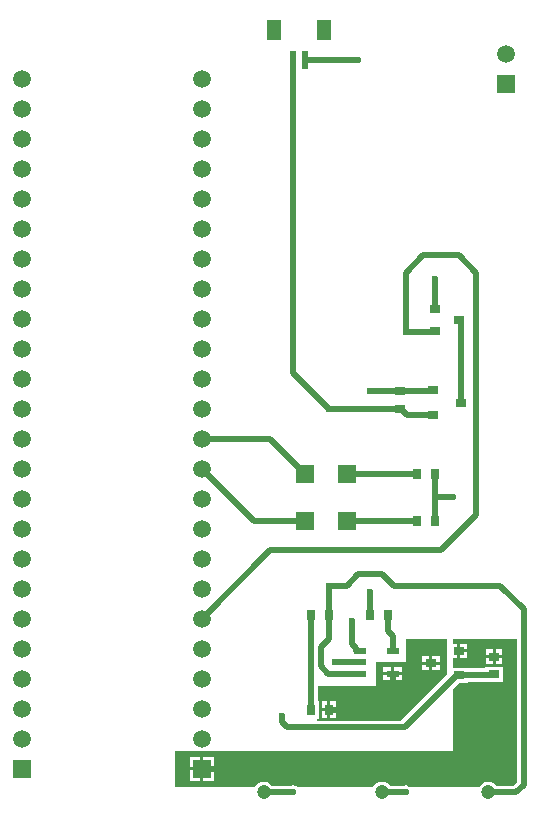
<source format=gtl>
G04*
G04 #@! TF.GenerationSoftware,Altium Limited,Altium Designer,20.0.12 (288)*
G04*
G04 Layer_Physical_Order=1*
G04 Layer_Color=255*
%FSLAX44Y44*%
%MOMM*%
G71*
G01*
G75*
%ADD14R,0.9000X0.7000*%
%ADD15R,0.9500X0.6500*%
%ADD16R,0.9500X0.8000*%
%ADD17R,0.7000X0.9000*%
%ADD18R,1.1000X0.6000*%
%ADD19R,1.5000X1.5000*%
%ADD20R,1.2000X1.8000*%
%ADD21R,0.6000X1.5500*%
%ADD34C,1.2000*%
%ADD35C,0.5000*%
%ADD36R,1.5000X1.5000*%
%ADD37C,1.5000*%
%ADD38C,0.6000*%
G36*
X469392Y38752D02*
X466248Y35608D01*
X452041D01*
X451419Y36419D01*
X449539Y37861D01*
X447350Y38768D01*
X445000Y39078D01*
X442650Y38768D01*
X440461Y37861D01*
X438581Y36419D01*
X437492Y35000D01*
X378317D01*
X377341Y35652D01*
X375000Y36117D01*
X372659Y35652D01*
X372593Y35608D01*
X362041D01*
X361419Y36419D01*
X359539Y37861D01*
X357350Y38768D01*
X355000Y39078D01*
X352650Y38768D01*
X350461Y37861D01*
X348581Y36419D01*
X347492Y35000D01*
X283552D01*
X282341Y35809D01*
X280000Y36275D01*
X277659Y35809D01*
X277357Y35608D01*
X262162D01*
X261419Y36576D01*
X259539Y38019D01*
X257349Y38926D01*
X255000Y39235D01*
X252651Y38926D01*
X250461Y38019D01*
X248581Y36576D01*
X247372Y35000D01*
X180000D01*
X180000Y65000D01*
X200952D01*
X202400Y64809D01*
X203848Y65000D01*
X415000D01*
Y117570D01*
X420181Y122750D01*
X427750D01*
Y123892D01*
X442500D01*
Y123500D01*
X457500D01*
Y136500D01*
X442500D01*
Y135108D01*
X427750D01*
Y135250D01*
X415000D01*
Y144210D01*
X418730D01*
Y150000D01*
Y155790D01*
X415000D01*
Y160000D01*
X469392D01*
Y38752D01*
D02*
G37*
G36*
X410000Y130000D02*
X370608Y90608D01*
X300000D01*
Y92500D01*
X301500D01*
Y107500D01*
X300608D01*
Y120000D01*
X350000D01*
Y140000D01*
X375000D01*
Y160000D01*
X410000D01*
Y130000D01*
D02*
G37*
%LPC*%
G36*
X427290Y155790D02*
X421270D01*
Y151270D01*
X427290D01*
Y155790D01*
D02*
G37*
G36*
X457040Y151040D02*
X451270D01*
Y146270D01*
X457040D01*
Y151040D01*
D02*
G37*
G36*
X448730D02*
X442960D01*
Y146270D01*
X448730D01*
Y151040D01*
D02*
G37*
G36*
X427290Y148730D02*
X421270D01*
Y144210D01*
X427290D01*
Y148730D01*
D02*
G37*
G36*
X457040Y143730D02*
X451270D01*
Y138960D01*
X457040D01*
Y143730D01*
D02*
G37*
G36*
X448730D02*
X442960D01*
Y138960D01*
X448730D01*
Y143730D01*
D02*
G37*
G36*
X212440Y60040D02*
X203670D01*
Y51270D01*
X212440D01*
Y60040D01*
D02*
G37*
G36*
X201130D02*
X192360D01*
Y51270D01*
X201130D01*
Y60040D01*
D02*
G37*
G36*
X212440Y48730D02*
X203670D01*
Y39960D01*
X212440D01*
Y48730D01*
D02*
G37*
G36*
X201130D02*
X192360D01*
Y39960D01*
X201130D01*
Y48730D01*
D02*
G37*
G36*
X403790Y145290D02*
X397770D01*
Y140770D01*
X403790D01*
Y145290D01*
D02*
G37*
G36*
X395230D02*
X389210D01*
Y140770D01*
X395230D01*
Y145290D01*
D02*
G37*
G36*
X403790Y138230D02*
X397770D01*
Y133710D01*
X403790D01*
Y138230D01*
D02*
G37*
G36*
X395230D02*
X389210D01*
Y133710D01*
X395230D01*
Y138230D01*
D02*
G37*
G36*
X372040Y136040D02*
X365270D01*
Y131770D01*
X372040D01*
Y136040D01*
D02*
G37*
G36*
X362730D02*
X355960D01*
Y131770D01*
X362730D01*
Y136040D01*
D02*
G37*
G36*
X372040Y129230D02*
X365270D01*
Y124960D01*
X372040D01*
Y129230D01*
D02*
G37*
G36*
X362730D02*
X355960D01*
Y124960D01*
X362730D01*
Y129230D01*
D02*
G37*
G36*
X316040Y107040D02*
X311270D01*
Y101270D01*
X316040D01*
Y107040D01*
D02*
G37*
G36*
X308730D02*
X303960D01*
Y101270D01*
X308730D01*
Y107040D01*
D02*
G37*
G36*
X316040Y98730D02*
X311270D01*
Y92960D01*
X316040D01*
Y98730D01*
D02*
G37*
G36*
X308730D02*
X303960D01*
Y92960D01*
X308730D01*
Y98730D01*
D02*
G37*
%LPD*%
D14*
X370000Y370000D02*
D03*
Y355000D02*
D03*
X450000Y145000D02*
D03*
Y130000D02*
D03*
D15*
X421750Y360000D02*
D03*
X398250Y349500D02*
D03*
Y370500D02*
D03*
X396500Y139500D02*
D03*
X420000Y150000D02*
D03*
Y129000D02*
D03*
D16*
X400000Y439500D02*
D03*
Y420500D02*
D03*
X420000Y430000D02*
D03*
D17*
X360000Y180000D02*
D03*
X345000D02*
D03*
X400000Y300000D02*
D03*
X385000D02*
D03*
X400000Y260000D02*
D03*
X385000D02*
D03*
X310000Y180000D02*
D03*
X295000D02*
D03*
X310000Y100000D02*
D03*
X295000D02*
D03*
D18*
X336000Y149500D02*
D03*
Y140000D02*
D03*
Y130500D02*
D03*
X364000D02*
D03*
Y149500D02*
D03*
D19*
X290000Y300000D02*
D03*
X325000D02*
D03*
X290000Y260000D02*
D03*
X325000D02*
D03*
D20*
X264000Y675250D02*
D03*
X306000D02*
D03*
D21*
X290000Y650000D02*
D03*
X280000D02*
D03*
D34*
X355000Y30000D02*
D03*
X445000D02*
D03*
X255000Y30157D02*
D03*
D35*
X310000Y355000D02*
X371000D01*
X445000Y30000D02*
X468571D01*
X475000Y36429D01*
X255000Y30000D02*
X280000D01*
X355000D02*
X375000D01*
X275000Y85000D02*
X374500D01*
X270000Y90000D02*
Y95000D01*
X202400Y50000D02*
X450000D01*
X270000Y90000D02*
X275000Y85000D01*
X374500D02*
X418500Y129000D01*
X450000Y50000D02*
X465000Y65000D01*
Y131000D01*
X345000Y370000D02*
X370000D01*
X345000Y370000D02*
X345000Y370000D01*
X295000Y100000D02*
Y180000D01*
X333500Y149500D02*
X336000D01*
X333000Y150000D02*
X333500Y149500D01*
X333000Y150000D02*
Y152500D01*
X330000Y155500D02*
X333000Y152500D01*
X330000Y155500D02*
Y175000D01*
X290000Y650000D02*
X335000D01*
X450000Y145000D02*
X451000D01*
X475000Y36429D02*
Y185000D01*
X455000Y205000D02*
X475000Y185000D01*
X310000Y100000D02*
X350000D01*
X364000Y114000D01*
Y130500D01*
X365000Y205000D02*
X455000D01*
X335000Y215000D02*
X355000D01*
X365000Y205000D01*
X310000D02*
X325000D01*
X335000Y215000D01*
X345000Y180000D02*
Y200000D01*
X303000Y153000D02*
X310000Y160000D01*
X303000Y137000D02*
X309500Y130500D01*
X303000Y137000D02*
Y153000D01*
X310000Y160000D02*
Y180000D01*
Y205000D01*
X260400Y235000D02*
X405000D01*
X202400Y177000D02*
X260400Y235000D01*
X405000D02*
X435000Y265000D01*
X420000Y485000D02*
X435000Y470000D01*
Y265000D02*
Y470000D01*
X280000Y385000D02*
Y650000D01*
Y385000D02*
X310000Y355000D01*
X309500Y130500D02*
X336000D01*
X315000Y140000D02*
X336000D01*
X400000Y280000D02*
Y300000D01*
Y260000D02*
Y280000D01*
X415000D01*
X390000Y485000D02*
X420000D01*
X375000Y470000D02*
X390000Y485000D01*
X375000Y420000D02*
Y470000D01*
X400000Y439500D02*
X400000Y439500D01*
X400000Y439500D02*
Y465000D01*
X399691Y420191D02*
X400000Y420500D01*
X375191Y420191D02*
X399691D01*
X375000Y420000D02*
X375191Y420191D01*
X420000Y430000D02*
X420250D01*
X421750Y428500D01*
Y360000D02*
Y428500D01*
X370000Y370000D02*
X370250Y370250D01*
X398000D02*
X398250Y370500D01*
X370250Y370250D02*
X398000D01*
X376500Y349500D02*
X398250D01*
X371000Y355000D02*
X376500Y349500D01*
X325000Y300000D02*
X385000D01*
X325000Y260000D02*
X385000D01*
X246400D02*
X290000D01*
X202400Y304000D02*
X246400Y260000D01*
X260600Y329400D02*
X290000Y300000D01*
X202400Y329400D02*
X260600D01*
X449500Y129500D02*
X450000Y130000D01*
X420500Y129500D02*
X449500D01*
X420000Y129000D02*
X420500Y129500D01*
X418500Y129000D02*
X420000D01*
X395750Y138750D02*
X396500Y139500D01*
X360000Y166500D02*
Y180000D01*
Y166500D02*
X364000Y162500D01*
Y149500D02*
Y162500D01*
D36*
X460000Y630000D02*
D03*
X202400Y50000D02*
D03*
X50000D02*
D03*
D37*
X460000Y655400D02*
D03*
X202400Y634200D02*
D03*
Y608800D02*
D03*
Y583400D02*
D03*
Y558000D02*
D03*
Y532600D02*
D03*
Y507200D02*
D03*
Y481800D02*
D03*
Y456400D02*
D03*
Y431000D02*
D03*
Y405600D02*
D03*
Y380200D02*
D03*
Y354800D02*
D03*
Y329400D02*
D03*
Y304000D02*
D03*
Y278600D02*
D03*
Y253200D02*
D03*
Y227800D02*
D03*
Y202400D02*
D03*
Y177000D02*
D03*
Y151600D02*
D03*
Y126200D02*
D03*
Y100800D02*
D03*
Y75400D02*
D03*
X50000Y634200D02*
D03*
Y608800D02*
D03*
Y583400D02*
D03*
Y558000D02*
D03*
Y532600D02*
D03*
Y507200D02*
D03*
Y481800D02*
D03*
Y456400D02*
D03*
Y431000D02*
D03*
Y405600D02*
D03*
Y380200D02*
D03*
Y354800D02*
D03*
Y329400D02*
D03*
Y304000D02*
D03*
Y278600D02*
D03*
Y253200D02*
D03*
Y227800D02*
D03*
Y202400D02*
D03*
Y177000D02*
D03*
Y151600D02*
D03*
Y126200D02*
D03*
Y100800D02*
D03*
Y75400D02*
D03*
D38*
X375000Y30000D02*
D03*
X345000Y370000D02*
D03*
X295000Y165000D02*
D03*
X330000Y175000D02*
D03*
X335000Y650000D02*
D03*
X280000Y30157D02*
D03*
X345000Y200000D02*
D03*
X310000Y355000D02*
D03*
Y205000D02*
D03*
X315000Y140000D02*
D03*
X415000Y280000D02*
D03*
X400000Y465000D02*
D03*
X375000Y420000D02*
D03*
X270000Y95000D02*
D03*
M02*

</source>
